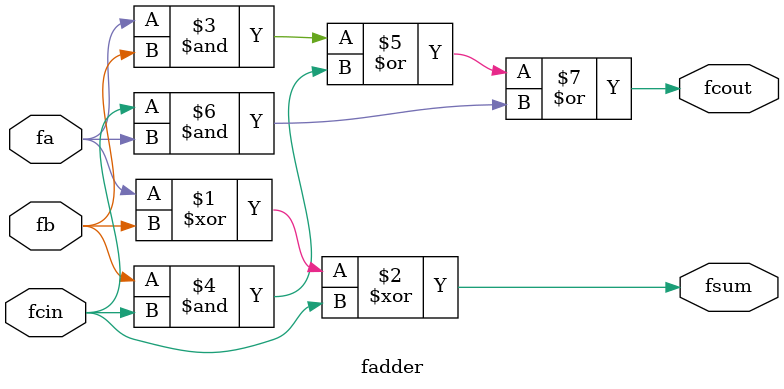
<source format=sv>
module fadder(input fa,fb,fcin, output reg fsum,fcout);
    assign fsum = fa ^ fb ^ fcin; 
    assign fcout = (fa&fb)|(fb&fcin)|(fcin&fa); 
endmodule 
</source>
